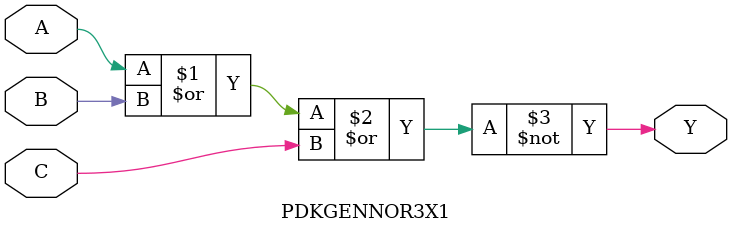
<source format=v>

module add8_254(A, B, O);
  input [7:0] A;
  input [7:0] B;
  output [8:0] O;
  wire [2031:0] N;

  assign N[0] = A[0];
  assign N[1] = A[0];
  assign N[2] = A[1];
  assign N[3] = A[1];
  assign N[4] = A[2];
  assign N[5] = A[2];
  assign N[6] = A[3];
  assign N[7] = A[3];
  assign N[8] = A[4];
  assign N[9] = A[4];
  assign N[10] = A[5];
  assign N[11] = A[5];
  assign N[12] = A[6];
  assign N[13] = A[6];
  assign N[14] = A[7];
  assign N[15] = A[7];
  assign N[16] = B[0];
  assign N[17] = B[0];
  assign N[18] = B[1];
  assign N[19] = B[1];
  assign N[20] = B[2];
  assign N[21] = B[2];
  assign N[22] = B[3];
  assign N[23] = B[3];
  assign N[24] = B[4];
  assign N[25] = B[4];
  assign N[26] = B[5];
  assign N[27] = B[5];
  assign N[28] = B[6];
  assign N[29] = B[6];
  assign N[30] = B[7];
  assign N[31] = B[7];

  PDKGENOR2X1 n32(.A(N[0]), .B(N[16]), .Y(N[32]));
  PDKGENNOR3X1 n38(.A(N[14]), .B(N[10]), .C(N[30]), .Y(N[38]));
  assign N[39] = N[38];
  PDKGENNAND3X1 n76(.A(N[18]), .B(N[39]), .C(N[2]), .Y(N[76]));
  assign N[77] = N[76];
  PDKGENNOR3X1 n80(.A(N[28]), .B(N[77]), .C(N[22]), .Y(N[80]));
  assign N[81] = N[80];
  PDKGENOR2X1 n82(.A(N[2]), .B(N[18]), .Y(N[82]));
  PDKGENFAX1 n132(.A(N[4]), .B(N[20]), .C(N[81]), .YS(N[132]), .YC(N[133]));
  PDKGENFAX1 n182(.A(N[6]), .B(N[22]), .C(N[133]), .YS(N[182]), .YC(N[183]));
  PDKGENFAX1 n232(.A(N[8]), .B(N[24]), .C(N[183]), .YS(N[232]), .YC(N[233]));
  PDKGENFAX1 n282(.A(N[10]), .B(N[26]), .C(N[233]), .YS(N[282]), .YC(N[283]));
  PDKGENFAX1 n332(.A(N[12]), .B(N[28]), .C(N[283]), .YS(N[332]), .YC(N[333]));
  PDKGENFAX1 n382(.A(N[14]), .B(N[30]), .C(N[333]), .YS(N[382]), .YC(N[383]));

  assign O[0] = N[32];
  assign O[1] = N[82];
  assign O[2] = N[132];
  assign O[3] = N[182];
  assign O[4] = N[232];
  assign O[5] = N[282];
  assign O[6] = N[332];
  assign O[7] = N[382];
  assign O[8] = N[383];

endmodule
/* mod */
module PDKGENNAND3X1(input A, input B, input C, output Y );
     assign Y = ~((A & B) & C);
endmodule
/* mod */
module PDKGENOR2X1(input A, input B, output Y );
     assign Y = A | B;
endmodule
/* mod */
module PDKGENFAX1( input A, input B, input C, output YS, output YC );
    assign YS = (A ^ B) ^ C;
    assign YC = (A & B) | (B & C) | (A & C);
endmodule
/* mod */
module PDKGENNOR3X1(input A, input B, input C, output Y );
     assign Y = ~((A | B) | C);
endmodule

</source>
